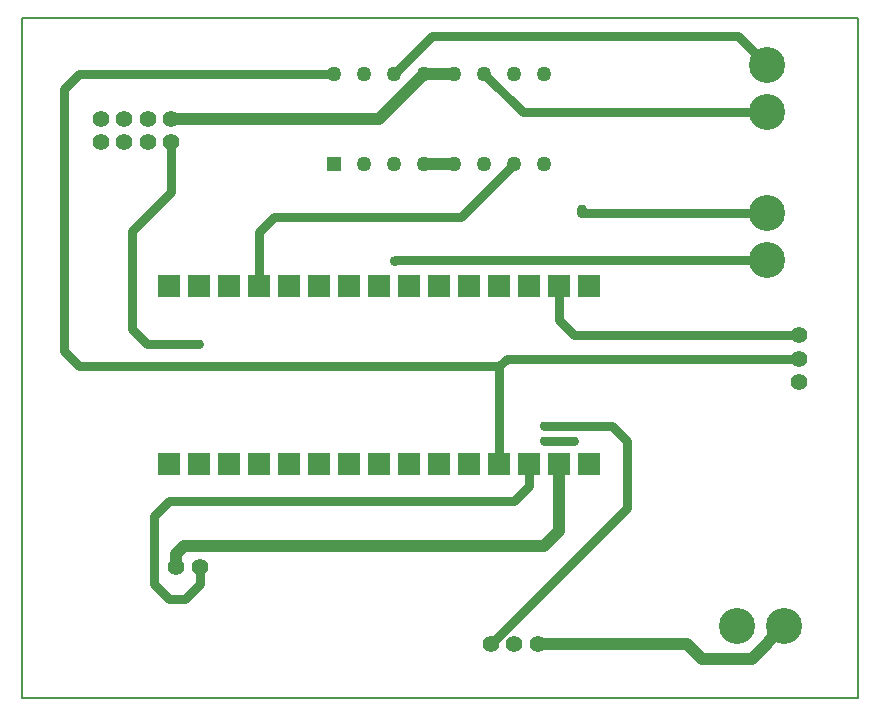
<source format=gbr>
G04 PROTEUS GERBER X2 FILE*
%TF.GenerationSoftware,Labcenter,Proteus,8.9-SP2-Build28501*%
%TF.CreationDate,2020-07-14T17:10:42+00:00*%
%TF.FileFunction,Copper,L1,Top*%
%TF.FilePolarity,Positive*%
%TF.Part,Single*%
%TF.SameCoordinates,{7d90a529-71f2-4dae-951e-d5efde4002f7}*%
%FSLAX45Y45*%
%MOMM*%
G01*
%TA.AperFunction,Conductor*%
%ADD10C,0.762000*%
%ADD11C,1.016000*%
%TA.AperFunction,ViaPad*%
%ADD12C,0.762000*%
%TA.AperFunction,ComponentPad*%
%ADD13R,1.905000X1.905000*%
%TA.AperFunction,ComponentPad*%
%ADD14R,1.270000X1.270000*%
%ADD15C,1.270000*%
%TA.AperFunction,WasherPad*%
%ADD16C,1.397000*%
%TA.AperFunction,ComponentPad*%
%ADD17C,3.048000*%
%TA.AperFunction,Profile*%
%ADD18C,0.203200*%
%TD.AperFunction*%
D10*
X-3556000Y+1143000D02*
X-4000500Y+1143000D01*
X-4127500Y+1270000D01*
X-4127500Y+2095500D01*
X-3791000Y+2432000D01*
X-3791000Y+2848000D01*
X-1016000Y+952500D02*
X-4572000Y+952500D01*
X-4699000Y+1079500D01*
X-4699000Y+3302000D01*
X-4572000Y+3429000D01*
X-2413000Y+3429000D01*
X-1016000Y+952500D02*
X-952500Y+1016000D01*
X+1524000Y+1016000D01*
X-1016000Y+127000D02*
X-1016000Y+952500D01*
X-762000Y+127000D02*
X-762000Y-63500D01*
X-889000Y-190500D01*
X-3810000Y-190500D01*
X-3937000Y-317500D01*
X-3937000Y-889000D01*
X-3810000Y-1016000D01*
X-3677000Y-1016000D01*
X-3550000Y-889000D01*
X-3550000Y-750000D01*
X-635000Y+317500D02*
X-381000Y+317500D01*
X-635000Y+444500D02*
X-63500Y+444500D01*
X+63500Y+317500D01*
X+63500Y-244500D01*
X-1089000Y-1397000D01*
X-889000Y+2667000D02*
X-1341452Y+2214548D01*
X-2921000Y+2214548D01*
X-3048000Y+2087548D01*
X-3048000Y+1631200D01*
X+1524000Y+1216000D02*
X-381000Y+1216000D01*
X-508000Y+1343000D01*
X-508000Y+1631200D01*
X-1905000Y+1841500D02*
X-1892740Y+1853760D01*
X+1250000Y+1853760D01*
X-317500Y+2286000D02*
X-324639Y+2286000D01*
X-324639Y+2250000D01*
X+1250000Y+2250000D01*
X+1250000Y+3103760D02*
X-817760Y+3103760D01*
X-1143000Y+3429000D01*
X+1250000Y+3500000D02*
X+1003500Y+3746500D01*
X-1587500Y+3746500D01*
X-1905000Y+3429000D01*
D11*
X-508000Y+127000D02*
X-508000Y-444500D01*
X-635000Y-571500D01*
X-3680150Y-571500D01*
X-3750000Y-641350D01*
X-3750000Y-750000D01*
X-1651000Y+3429000D02*
X-2032000Y+3048000D01*
X-3791000Y+3048000D01*
X-689000Y-1397000D02*
X+571500Y-1397000D01*
X+698500Y-1524000D01*
X+1122240Y-1524000D01*
X+1396240Y-1250000D01*
X-1651000Y+2667000D02*
X-1397000Y+2667000D01*
X-1397000Y+3429000D02*
X-1651000Y+3429000D01*
D12*
X-3556000Y+1143000D03*
X-381000Y+317500D03*
X-635000Y+317500D03*
X-635000Y+444500D03*
X-1905000Y+1841500D03*
X-317500Y+2286000D03*
D13*
X-3556000Y+127000D03*
X-1016000Y+127000D03*
X-3048000Y+127000D03*
X-2794000Y+127000D03*
X-2540000Y+127000D03*
X-2286000Y+127000D03*
X-2032000Y+127000D03*
X-1778000Y+127000D03*
X-1524000Y+127000D03*
X-1270000Y+127000D03*
X-3302000Y+127000D03*
X-1270000Y+1631200D03*
X-1524000Y+1631200D03*
X-1778000Y+1631200D03*
X-2032000Y+1631200D03*
X-2286000Y+1631200D03*
X-2540000Y+1631200D03*
X-2794000Y+1631200D03*
X-3048000Y+1631200D03*
X-3302000Y+1631200D03*
X-3556000Y+1631200D03*
X-3810000Y+1631200D03*
X-3810000Y+127000D03*
X-508000Y+127000D03*
X-1016000Y+1631200D03*
X-762000Y+127000D03*
X-762000Y+1631200D03*
X-508000Y+1631200D03*
X-254000Y+1631200D03*
X-254000Y+127000D03*
D14*
X-2413000Y+2667000D03*
D15*
X-2159000Y+2667000D03*
X-1905000Y+2667000D03*
X-1651000Y+2667000D03*
X-1397000Y+2667000D03*
X-1143000Y+2667000D03*
X-889000Y+2667000D03*
X-635000Y+2667000D03*
X-635000Y+3429000D03*
X-889000Y+3429000D03*
X-1143000Y+3429000D03*
X-1397000Y+3429000D03*
X-1651000Y+3429000D03*
X-1905000Y+3429000D03*
X-2159000Y+3429000D03*
X-2413000Y+3429000D03*
D16*
X-3791000Y+3048000D03*
X-3791000Y+2848000D03*
X-3991000Y+3048000D03*
X-3991000Y+2848000D03*
X-4191000Y+3048000D03*
X-4191000Y+2848000D03*
X-4391000Y+3048000D03*
X-4391000Y+2848000D03*
X-1089000Y-1397000D03*
X-889000Y-1397000D03*
X-689000Y-1397000D03*
X+1524000Y+1216000D03*
X+1524000Y+1016000D03*
X+1524000Y+816000D03*
X-3750000Y-750000D03*
X-3550000Y-750000D03*
D17*
X+1000000Y-1250000D03*
X+1396240Y-1250000D03*
X+1250000Y+3500000D03*
X+1250000Y+3103760D03*
X+1250000Y+2250000D03*
X+1250000Y+1853760D03*
D18*
X-5054600Y-1854200D02*
X+2019300Y-1854200D01*
X+2019300Y+3898900D01*
X-5054600Y+3898900D01*
X-5054600Y-1854200D01*
M02*

</source>
